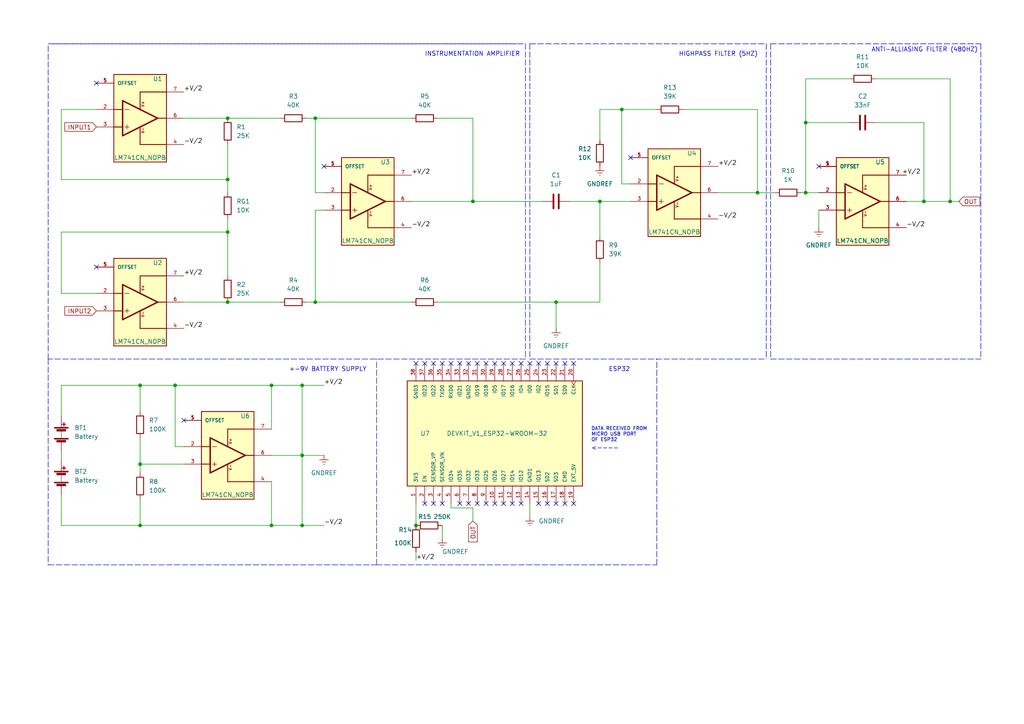
<source format=kicad_sch>
(kicad_sch (version 20211123) (generator eeschema)
  (paper "A4")
  (title_block (title "EMG_Circuit_v3.0 by Liapodimitris Efstathios Chrysovalantis") (date "2025-04-11") (rev "2"))
  (lib_symbols
    (symbol "Device:Battery" (pin_numbers hide) (pin_names (offset 0) hide)
      (property "Reference" "BT" (at 2.54 2.54 0))
      (property "Value" "Battery" (at 2.54 0 0))
      (symbol "Battery_0_1"
        (rectangle (start -2.032 -1.397) (end 2.032 -1.651) (fill (type outline)))
        (rectangle (start -2.032 1.778) (end 2.032 1.524) (fill (type outline)))
        (rectangle (start -1.3208 -1.9812) (end 1.27 -2.4892) (fill (type outline)))
        (rectangle (start -1.3208 1.1938) (end 1.27 0.6858) (fill (type outline)))
        (polyline (pts (xy 0 -1.524) (xy 0 -1.27)))
        (polyline (pts (xy 0 -1.016) (xy 0 -0.762)))
        (polyline (pts (xy 0 -0.508) (xy 0 -0.254)))
        (polyline (pts (xy 0 0) (xy 0 0.254)))
        (polyline (pts (xy 0 0.508) (xy 0 0.762)))
        (polyline (pts (xy 0 1.778) (xy 0 2.54)))
        (polyline (pts (xy 0.254 2.667) (xy 1.27 2.667)) (stroke (width 0.254)))
        (polyline (pts (xy 0.762 3.175) (xy 0.762 2.159)) (stroke (width 0.254)))
      )
      (symbol "Battery_1_1"
        (pin passive line (at 0 5.08 270) (length 2.54) (name "+") (number "1"))
        (pin passive line (at 0 -5.08 90) (length 2.54) (name "-") (number "2"))
      )
    )
    (symbol "Device:C" (pin_numbers hide) (pin_names (offset 0.254))
      (property "Reference" "C" (at 0.635 2.54 0))
      (property "Value" "C" (at 0.635 -2.54 0))
      (symbol "C_0_1"
        (polyline (pts (xy -2.032 -0.762) (xy 2.032 -0.762)) (stroke (width 0.508)))
        (polyline (pts (xy -2.032 0.762) (xy 2.032 0.762)) (stroke (width 0.508)))
      )
      (symbol "C_1_1"
        (pin passive line (at 0 3.81 270) (length 2.794) (name "~") (number "1"))
        (pin passive line (at 0 -3.81 90) (length 2.794) (name "~") (number "2"))
      )
    )
    (symbol "Device:R" (pin_numbers hide) (pin_names (offset 0))
      (property "Reference" "R" (at 2.032 0 90))
      (property "Value" "R" (at 0 0 90))
      (symbol "R_0_1"
        (rectangle (start -1.016 -2.54) (end 1.016 2.54) (stroke (width 0.254)))
      )
      (symbol "R_1_1"
        (pin passive line (at 0 3.81 270) (length 1.27) (name "~") (number "1"))
        (pin passive line (at 0 -3.81 90) (length 1.27) (name "~") (number "2"))
      )
    )
    (symbol "ESP:DEVKIT_V1_ESP32-WROOM-32" (pin_names (offset 1.016))
      (property "Reference" "U" (at -15.2572 26.0643 0))
      (property "Value" "DEVKIT_V1_ESP32-WROOM-32" (at -15.2563 -27.9698 0))
      (symbol "DEVKIT_V1_ESP32-WROOM-32_0_0"
        (rectangle (start -15.24 -25.4) (end 15.24 25.4) (stroke (width 0.254)) (fill (type background)))
        (pin power_in line (at -20.32 22.86 0) (length 5.08) (name "3V3") (number "1"))
        (pin bidirectional line (at -20.32 0 0) (length 5.08) (name "IO26") (number "10"))
        (pin bidirectional line (at -20.32 -2.54 0) (length 5.08) (name "IO27") (number "11"))
        (pin bidirectional line (at -20.32 -5.08 0) (length 5.08) (name "IO14") (number "12"))
        (pin bidirectional line (at -20.32 -7.62 0) (length 5.08) (name "IO12") (number "13"))
        (pin power_in line (at -20.32 -10.16 0) (length 5.08) (name "GND1") (number "14"))
        (pin bidirectional line (at -20.32 -12.7 0) (length 5.08) (name "IO13") (number "15"))
        (pin bidirectional line (at -20.32 -15.24 0) (length 5.08) (name "SD2") (number "16"))
        (pin bidirectional line (at -20.32 -17.78 0) (length 5.08) (name "SD3") (number "17"))
        (pin bidirectional line (at -20.32 -20.32 0) (length 5.08) (name "CMD") (number "18"))
        (pin power_in line (at -20.32 -22.86 0) (length 5.08) (name "EXT_5V") (number "19"))
        (pin input line (at -20.32 20.32 0) (length 5.08) (name "EN") (number "2"))
        (pin input clock (at 20.32 -22.86 180) (length 5.08) (name "CLK") (number "20"))
        (pin bidirectional line (at 20.32 -20.32 180) (length 5.08) (name "SD0") (number "21"))
        (pin bidirectional line (at 20.32 -17.78 180) (length 5.08) (name "SD1") (number "22"))
        (pin bidirectional line (at 20.32 -15.24 180) (length 5.08) (name "IO15") (number "23"))
        (pin bidirectional line (at 20.32 -12.7 180) (length 5.08) (name "IO2") (number "24"))
        (pin bidirectional line (at 20.32 -10.16 180) (length 5.08) (name "IO0") (number "25"))
        (pin bidirectional line (at 20.32 -7.62 180) (length 5.08) (name "IO4") (number "26"))
        (pin bidirectional line (at 20.32 -5.08 180) (length 5.08) (name "IO16") (number "27"))
        (pin bidirectional line (at 20.32 -2.54 180) (length 5.08) (name "IO17") (number "28"))
        (pin bidirectional line (at 20.32 0 180) (length 5.08) (name "IO5") (number "29"))
        (pin input line (at -20.32 17.78 0) (length 5.08) (name "SENSOR_VP") (number "3"))
        (pin bidirectional line (at 20.32 2.54 180) (length 5.08) (name "IO18") (number "30"))
        (pin bidirectional line (at 20.32 5.08 180) (length 5.08) (name "IO19") (number "31"))
        (pin power_in line (at 20.32 7.62 180) (length 5.08) (name "GND2") (number "32"))
        (pin bidirectional line (at 20.32 10.16 180) (length 5.08) (name "IO21") (number "33"))
        (pin input line (at 20.32 12.7 180) (length 5.08) (name "RXD0") (number "34"))
        (pin output line (at 20.32 15.24 180) (length 5.08) (name "TXD0") (number "35"))
        (pin bidirectional line (at 20.32 17.78 180) (length 5.08) (name "IO22") (number "36"))
        (pin bidirectional line (at 20.32 20.32 180) (length 5.08) (name "IO23") (number "37"))
        (pin power_in line (at 20.32 22.86 180) (length 5.08) (name "GND3") (number "38"))
        (pin input line (at -20.32 15.24 0) (length 5.08) (name "SENSOR_VN") (number "4"))
        (pin bidirectional line (at -20.32 12.7 0) (length 5.08) (name "IO34") (number "5"))
        (pin bidirectional line (at -20.32 10.16 0) (length 5.08) (name "IO35") (number "6"))
        (pin bidirectional line (at -20.32 7.62 0) (length 5.08) (name "IO32") (number "7"))
        (pin bidirectional line (at -20.32 5.08 0) (length 5.08) (name "IO33") (number "8"))
        (pin bidirectional line (at -20.32 2.54 0) (length 5.08) (name "IO25") (number "9"))
      )
    )
    (symbol "LM741CN:LM741CN_NOPB" (pin_names (offset 1.016))
      (property "Reference" "U" (at -7.62 13.335 0))
      (property "Value" "LM741CN_NOPB" (at -7.62 -15.24 0))
      (symbol "LM741CN_NOPB_0_0"
        (rectangle (start -7.62 -12.7) (end 7.62 12.7) (stroke (width 0.254)) (fill (type background)))
        (polyline (pts (xy -5.08 -5.08) (xy 0 -2.54)) (stroke (width 0.4064)))
        (polyline (pts (xy -5.08 -2.54) (xy -7.62 -2.54)) (stroke (width 0.254)))
        (polyline (pts (xy -5.08 -2.54) (xy -5.08 -5.08)) (stroke (width 0.4064)))
        (polyline (pts (xy -5.08 2.54) (xy -7.62 2.54)) (stroke (width 0.254)))
        (polyline (pts (xy -5.08 2.54) (xy -5.08 -2.54)) (stroke (width 0.4064)))
        (polyline (pts (xy -5.08 5.08) (xy -5.08 2.54)) (stroke (width 0.4064)))
        (polyline (pts (xy -4.445 -2.54) (xy -3.175 -2.54)) (stroke (width 0.1524)))
        (polyline (pts (xy -4.445 2.54) (xy -3.175 2.54)) (stroke (width 0.1524)))
        (polyline (pts (xy -3.81 -1.905) (xy -3.81 -3.175)) (stroke (width 0.1524)))
        (polyline (pts (xy 0 -7.62) (xy 0 -2.54)) (stroke (width 0.254)))
        (polyline (pts (xy 0 -2.54) (xy 5.08 0)) (stroke (width 0.4064)))
        (polyline (pts (xy 0 2.54) (xy -5.08 5.08)) (stroke (width 0.4064)))
        (polyline (pts (xy 0 2.54) (xy 0 7.62)) (stroke (width 0.254)))
        (polyline (pts (xy 0 7.62) (xy 7.62 7.62)) (stroke (width 0.254)))
        (polyline (pts (xy 5.08 0) (xy 0 2.54)) (stroke (width 0.4064)))
        (polyline (pts (xy 5.08 0) (xy 7.62 0)) (stroke (width 0.254)))
        (polyline (pts (xy 7.62 -7.62) (xy 0 -7.62)) (stroke (width 0.254)))
        (text "V+" (at 1.27 3.175 900) (effects (font (size 0.8128 0.8128)) (justify left bottom)))
        (text "V-" (at 1.27 -4.445 900) (effects (font (size 0.8128 0.8128)) (justify left bottom)))
        (pin input line (at -12.7 10.16 0) (length 5.08) (name "OFFSET") (number "1"))
        (pin input line (at -12.7 2.54 0) (length 5.08) (name "~") (number "2"))
        (pin input line (at -12.7 -2.54 0) (length 5.08) (name "~") (number "3"))
        (pin power_in line (at 12.7 -7.62 180) (length 5.08) (name "~") (number "4"))
        (pin input line (at -12.7 10.16 0) (length 5.08) (name "OFFSET") (number "5"))
        (pin output line (at 12.7 0 180) (length 5.08) (name "~") (number "6"))
        (pin power_in line (at 12.7 7.62 180) (length 5.08) (name "~") (number "7"))
      )
    )
    (symbol "power:GNDREF" (power) (pin_names (offset 0))
      (property "Value" "GNDREF" (at 0 -3.81 0))
      (symbol "GNDREF_0_1"
        (polyline (pts (xy -0.635 -1.905) (xy 0.635 -1.905)))
        (polyline (pts (xy -0.127 -2.54) (xy 0.127 -2.54)))
        (polyline (pts (xy 0 -1.27) (xy 0 0)))
        (polyline (pts (xy 1.27 -1.27) (xy -1.27 -1.27)))
      )
      (symbol "GNDREF_1_1"
        (pin power_in line (at 0 0 270) (length 0) hide (name "GNDREF") (number "1"))
      )
    )
  )
  (junction (at 66.04 52.07))
  (junction (at 275.59 58.42))
  (junction (at 66.04 34.29))
  (junction (at 50.8 111.76))
  (junction (at 219.71 55.88))
  (junction (at 180.34 31.75))
  (junction (at 87.63 111.76))
  (junction (at 40.64 111.76))
  (junction (at 78.74 152.4))
  (junction (at 66.04 87.63))
  (junction (at 87.63 152.4))
  (junction (at 91.44 34.29))
  (junction (at 267.97 58.42))
  (junction (at 233.68 55.88))
  (junction (at 78.74 111.76))
  (junction (at 66.04 67.31))
  (junction (at 233.68 35.56))
  (junction (at 87.63 132.08))
  (junction (at 91.44 87.63))
  (junction (at 137.16 58.42))
  (junction (at 120.65 152.4))
  (junction (at 40.64 134.62))
  (junction (at 161.29 87.63))
  (junction (at 173.99 58.42))
  (junction (at 40.64 152.4))
  (no_connect (at 182.88 45.72))
  (no_connect (at 93.98 48.26))
  (no_connect (at 27.94 77.47))
  (no_connect (at 27.94 24.13))
  (no_connect (at 237.49 48.26))
  (no_connect (at 135.89 105.41))
  (no_connect (at 133.35 105.41))
  (no_connect (at 130.81 105.41))
  (no_connect (at 128.27 105.41))
  (no_connect (at 125.73 105.41))
  (no_connect (at 123.19 105.41))
  (no_connect (at 120.65 105.41))
  (no_connect (at 158.75 105.41))
  (no_connect (at 156.21 105.41))
  (no_connect (at 153.67 105.41))
  (no_connect (at 151.13 105.41))
  (no_connect (at 148.59 105.41))
  (no_connect (at 166.37 146.05))
  (no_connect (at 161.29 146.05))
  (no_connect (at 163.83 146.05))
  (no_connect (at 166.37 105.41))
  (no_connect (at 163.83 105.41))
  (no_connect (at 161.29 105.41))
  (no_connect (at 138.43 105.41))
  (no_connect (at 146.05 105.41))
  (no_connect (at 143.51 105.41))
  (no_connect (at 140.97 105.41))
  (no_connect (at 53.34 121.92))
  (no_connect (at 128.27 146.05))
  (no_connect (at 123.19 146.05))
  (no_connect (at 125.73 146.05))
  (no_connect (at 133.35 146.05))
  (no_connect (at 135.89 146.05))
  (no_connect (at 138.43 146.05))
  (no_connect (at 140.97 146.05))
  (no_connect (at 143.51 146.05))
  (no_connect (at 146.05 146.05))
  (no_connect (at 148.59 146.05))
  (no_connect (at 151.13 146.05))
  (no_connect (at 156.21 146.05))
  (no_connect (at 158.75 146.05))
  (wire (pts (xy 93.98 55.88) (xy 91.44 55.88)))
  (wire (pts (xy 173.99 68.58) (xy 173.99 58.42)))
  (wire (pts (xy 254 35.56) (xy 267.97 35.56)))
  (wire (pts (xy 53.34 87.63) (xy 66.04 87.63)))
  (wire (pts (xy 87.63 132.08) (xy 93.98 132.08)))
  (wire (pts (xy 180.34 53.34) (xy 182.88 53.34)))
  (wire (pts (xy 173.99 31.75) (xy 180.34 31.75)))
  (wire (pts (xy 219.71 55.88) (xy 219.71 31.75)))
  (wire (pts (xy 261.62 50.8) (xy 262.89 50.8)))
  (wire (pts (xy 40.64 127) (xy 40.64 134.62)))
  (wire (pts (xy 17.78 120.65) (xy 17.78 111.76)))
  (wire (pts (xy 66.04 41.91) (xy 66.04 52.07)))
  (wire (pts (xy 93.98 60.96) (xy 91.44 60.96)))
  (wire (pts (xy 233.68 22.86) (xy 233.68 35.56)))
  (wire (pts (xy 53.34 34.29) (xy 66.04 34.29)))
  (polyline (pts (xy 284.48 12.7) (xy 284.48 104.14)))
  (wire (pts (xy 130.81 147.32) (xy 137.16 147.32)))
  (wire (pts (xy 180.34 31.75) (xy 180.34 53.34)))
  (wire (pts (xy 267.97 58.42) (xy 275.59 58.42)))
  (wire (pts (xy 78.74 111.76) (xy 78.74 124.46)))
  (wire (pts (xy 87.63 111.76) (xy 87.63 132.08)))
  (wire (pts (xy 27.94 31.75) (xy 17.78 31.75)))
  (wire (pts (xy 161.29 87.63) (xy 173.99 87.63)))
  (wire (pts (xy 66.04 52.07) (xy 66.04 55.88)))
  (wire (pts (xy 237.49 60.96) (xy 237.49 66.04)))
  (wire (pts (xy 17.78 85.09) (xy 17.78 67.31)))
  (wire (pts (xy 40.64 134.62) (xy 40.64 137.16)))
  (wire (pts (xy 66.04 63.5) (xy 66.04 67.31)))
  (wire (pts (xy 87.63 152.4) (xy 93.98 152.4)))
  (wire (pts (xy 130.81 146.05) (xy 130.81 147.32)))
  (wire (pts (xy 78.74 111.76) (xy 87.63 111.76)))
  (wire (pts (xy 27.94 85.09) (xy 17.78 85.09)))
  (wire (pts (xy 173.99 40.64) (xy 173.99 31.75)))
  (wire (pts (xy 137.16 147.32) (xy 137.16 151.13)))
  (wire (pts (xy 91.44 87.63) (xy 88.9 87.63)))
  (wire (pts (xy 137.16 58.42) (xy 157.48 58.42)))
  (wire (pts (xy 78.74 152.4) (xy 87.63 152.4)))
  (wire (pts (xy 153.67 146.05) (xy 153.67 149.86)))
  (wire (pts (xy 246.38 22.86) (xy 233.68 22.86)))
  (wire (pts (xy 91.44 55.88) (xy 91.44 34.29)))
  (wire (pts (xy 120.65 162.56) (xy 120.65 160.02)))
  (wire (pts (xy 161.29 87.63) (xy 161.29 95.25)))
  (wire (pts (xy 233.68 55.88) (xy 237.49 55.88)))
  (wire (pts (xy 137.16 34.29) (xy 137.16 58.42)))
  (wire (pts (xy 66.04 67.31) (xy 66.04 80.01)))
  (polyline (pts (xy 190.5 163.83) (xy 190.5 104.14)))
  (polyline (pts (xy 13.97 104.14) (xy 13.97 163.83)))
  (wire (pts (xy 17.78 143.51) (xy 17.78 152.4)))
  (polyline (pts (xy 153.67 12.7) (xy 153.67 104.14)))
  (polyline (pts (xy 153.67 104.14) (xy 222.25 104.14)))
  (wire (pts (xy 233.68 35.56) (xy 233.68 55.88)))
  (wire (pts (xy 40.64 119.38) (xy 40.64 111.76)))
  (wire (pts (xy 173.99 58.42) (xy 182.88 58.42)))
  (wire (pts (xy 66.04 87.63) (xy 81.28 87.63)))
  (wire (pts (xy 40.64 111.76) (xy 50.8 111.76)))
  (polyline (pts (xy 13.97 104.14) (xy 13.97 12.7)))
  (wire (pts (xy 87.63 152.4) (xy 87.63 132.08)))
  (polyline (pts (xy 223.52 12.7) (xy 223.52 104.14)))
  (wire (pts (xy 198.12 31.75) (xy 219.71 31.75)))
  (wire (pts (xy 275.59 58.42) (xy 278.13 58.42)))
  (wire (pts (xy 91.44 34.29) (xy 119.38 34.29)))
  (wire (pts (xy 17.78 31.75) (xy 17.78 52.07)))
  (wire (pts (xy 127 87.63) (xy 161.29 87.63)))
  (wire (pts (xy 50.8 111.76) (xy 78.74 111.76)))
  (wire (pts (xy 208.28 55.88) (xy 219.71 55.88)))
  (polyline (pts (xy 223.52 104.14) (xy 284.48 104.14)))
  (polyline (pts (xy 222.25 12.7) (xy 222.25 104.14)))
  (wire (pts (xy 91.44 60.96) (xy 91.44 87.63)))
  (wire (pts (xy 262.89 58.42) (xy 267.97 58.42)))
  (wire (pts (xy 120.65 146.05) (xy 120.65 152.4)))
  (wire (pts (xy 40.64 144.78) (xy 40.64 152.4)))
  (wire (pts (xy 119.38 58.42) (xy 137.16 58.42)))
  (wire (pts (xy 91.44 34.29) (xy 88.9 34.29)))
  (wire (pts (xy 17.78 67.31) (xy 66.04 67.31)))
  (polyline (pts (xy 109.22 163.83) (xy 190.5 163.83)))
  (wire (pts (xy 219.71 55.88) (xy 224.79 55.88)))
  (polyline (pts (xy 15.24 12.7) (xy 152.4 12.7)))
  (wire (pts (xy 254 22.86) (xy 275.59 22.86)))
  (wire (pts (xy 267.97 35.56) (xy 267.97 58.42)))
  (wire (pts (xy 87.63 111.76) (xy 93.98 111.76)))
  (polyline (pts (xy 152.4 12.7) (xy 152.4 104.14)))
  (polyline (pts (xy 13.97 12.7) (xy 149.86 12.7)))
  (wire (pts (xy 66.04 34.29) (xy 81.28 34.29)))
  (polyline (pts (xy 153.67 12.7) (xy 222.25 12.7)))
  (polyline (pts (xy 152.4 104.14) (xy 13.97 104.14)))
  (wire (pts (xy 17.78 111.76) (xy 40.64 111.76)))
  (wire (pts (xy 127 34.29) (xy 137.16 34.29)))
  (wire (pts (xy 78.74 139.7) (xy 78.74 152.4)))
  (wire (pts (xy 40.64 152.4) (xy 78.74 152.4)))
  (wire (pts (xy 17.78 52.07) (xy 66.04 52.07)))
  (wire (pts (xy 17.78 130.81) (xy 17.78 133.35)))
  (wire (pts (xy 246.38 35.56) (xy 233.68 35.56)))
  (wire (pts (xy 275.59 22.86) (xy 275.59 58.42)))
  (wire (pts (xy 232.41 55.88) (xy 233.68 55.88)))
  (wire (pts (xy 17.78 152.4) (xy 40.64 152.4)))
  (wire (pts (xy 128.27 156.21) (xy 128.27 152.4)))
  (polyline (pts (xy 223.52 12.7) (xy 284.48 12.7)))
  (wire (pts (xy 53.34 129.54) (xy 50.8 129.54)))
  (wire (pts (xy 180.34 31.75) (xy 190.5 31.75)))
  (wire (pts (xy 173.99 76.2) (xy 173.99 87.63)))
  (wire (pts (xy 50.8 129.54) (xy 50.8 111.76)))
  (wire (pts (xy 165.1 58.42) (xy 173.99 58.42)))
  (wire (pts (xy 40.64 134.62) (xy 53.34 134.62)))
  (polyline (pts (xy 109.22 163.83) (xy 109.22 104.14)))
  (wire (pts (xy 87.63 132.08) (xy 78.74 132.08)))
  (polyline (pts (xy 13.97 163.83) (xy 109.22 163.83)))
  (wire (pts (xy 91.44 87.63) (xy 119.38 87.63)))
  (text "HIGHPASS FILTER (5HZ)" (at 196.85 16.51 0) (effects (font (size 1.27 1.27)) (justify left bottom)))
  (text "<----" (at 171.45 130.81 0) (effects (font (size 1.27 1.27)) (justify left bottom)))
  (text "INSTRUMENTATION AMPLIFIER" (at 123.19 16.51 0) (effects (font (size 1.27 1.27)) (justify left bottom)))
  (text "ESP32" (at 176.53 107.95 0) (effects (font (size 1.27 1.27)) (justify left bottom)))
  (text "+-9V BATTERY SUPPLY " (at 83.82 107.95 0) (effects (font (size 1.27 1.27)) (justify left bottom)))
  (text "DATA RECEIVED FROM \nMICRO USB PORT \nOF ESP32" (at 171.45 128.27 0) (effects (font (size 1 1)) (justify left bottom)))
  (text "ANTI-ALLIASING FILTER (480HZ)" (at 252.73 15.24 0) (effects (font (size 1.27 1.27)) (justify left bottom)))
  (label "+V{slash}2" (at 120.65 162.56 0))
  (label "-V{slash}2" (at 53.34 41.91 0))
  (label "-V{slash}2" (at 119.38 66.04 0))
  (label "-V{slash}2" (at 93.98 152.4 0))
  (label "-V{slash}2" (at 262.89 66.04 0))
  (label "+V{slash}2" (at 93.98 111.76 0))
  (label "+V{slash}2" (at 261.62 50.8 0))
  (label "-V{slash}2" (at 208.28 63.5 0))
  (label "+V{slash}2" (at 119.38 50.8 0))
  (label "+V{slash}2" (at 53.34 80.01 0))
  (label "-V{slash}2" (at 53.34 95.25 0))
  (label "+V{slash}2" (at 208.28 48.26 0))
  (label "+V{slash}2" (at 53.34 26.67 0))
  (global_label "INPUT1" (shape input) (at 27.94 36.83 180) (property "Intersheet References" "${INTERSHEET_REFS}" (effects hide)))
  (global_label "INPUT2" (shape input) (at 27.94 90.17 180) (property "Intersheet References" "${INTERSHEET_REFS}" (effects hide)))
  (global_label "OUT" (shape input) (at 137.16 151.13 270) (property "Intersheet References" "${INTERSHEET_REFS}" (effects hide)))
  (global_label "OUT" (shape input) (at 278.13 58.42 0) (property "Intersheet References" "${INTERSHEET_REFS}" (effects hide)))
  (symbol (lib_id "Device:R") (at 85.09 87.63 90) (unit 1)
    (property "Reference" "R4" (at 85.09 81.28 90))
    (property "Value" "40K" (at 85.09 83.82 90))
    (property "Footprint" "Resistor_THT:R_Axial_DIN0204_L3.6mm_D1.6mm_P7.62mm_Horizontal" (effects hide))
  )
  (symbol (lib_id "Device:C") (at 250.19 35.56 90) (unit 1)
    (property "Reference" "C2" (at 250.19 27.94 90))
    (property "Value" "33nF" (at 250.19 30.48 90))
    (property "Footprint" "Capacitor_THT:C_Radial_D10.0mm_H16.0mm_P5.00mm" (effects hide))
  )
  (symbol (lib_id "power:GNDREF") (at 173.99 48.26 0) (unit 1)
    (property "Reference" "#PWR0101" (effects hide))
    (property "Value" "GNDREF" (at 173.99 53.34 0))
  )
  (symbol (lib_id "Device:R") (at 173.99 44.45 0) (unit 1)
    (property "Reference" "R12" (at 167.64 43.18 0) (effects (justify left)))
    (property "Value" "10K" (at 167.64 45.72 0) (effects (justify left)))
    (property "Footprint" "Resistor_THT:R_Axial_DIN0204_L3.6mm_D1.6mm_P7.62mm_Horizontal" (effects hide))
  )
  (symbol (lib_id "Device:R") (at 66.04 38.1 0) (unit 1)
    (property "Reference" "R1" (at 68.58 36.8299 0) (effects (justify left)))
    (property "Value" "25K" (at 68.58 39.3699 0) (effects (justify left)))
    (property "Footprint" "Resistor_THT:R_Axial_DIN0204_L3.6mm_D1.6mm_P7.62mm_Horizontal" (effects hide))
  )
  (symbol (lib_id "Device:R") (at 40.64 140.97 0) (unit 1)
    (property "Reference" "R8" (at 43.18 139.6999 0) (effects (justify left)))
    (property "Value" "100K" (at 43.18 142.2399 0) (effects (justify left)))
    (property "Footprint" "Resistor_THT:R_Axial_DIN0204_L3.6mm_D1.6mm_P7.62mm_Horizontal" (effects hide))
  )
  (symbol (lib_id "LM741CN:LM741CN_NOPB") (at 250.19 58.42 0) (unit 1)
    (property "Reference" "U5" (at 255.27 46.99 0))
    (property "Value" "LM741CN_NOPB" (at 250.19 69.85 0))
    (property "Footprint" "LM741CN_NOPB:DIP794W45P254L1016H508Q8" (effects hide))
    (property "MF" "Texas" (effects hide))
    (property "MAXIMUM_PACKAGE_HEIGHT" "5.08mm" (effects hide))
    (property "Package" "PDIP-8 Texas" (effects hide))
    (property "Price" "None" (effects hide))
    (property "Check_prices" "https://www.snapeda.com/parts/LM741CN/Texas+Instruments/view-part/?ref=eda" (effects hide))
    (property "STANDARD" "IPC 7351B" (effects hide))
    (property "PARTREV" "N/A" (effects hide))
    (property "SnapEDA_Link" "https://www.snapeda.com/parts/LM741CN/Texas+Instruments/view-part/?ref=snap" (effects hide))
    (property "MP" "LM741CN" (effects hide))
    (property "Description" "\n                        \n                            INTEGRATED CIRCUIT SINGLE GENERAL PURPOSE OPERATIONAL AMP 8-LEAD DIP\n                        \n" (effects hide))
    (property "Availability" "In Stock" (effects hide))
    (property "MANUFACTURER" "Texas Instruments" (effects hide))
  )
  (symbol (lib_id "Device:R") (at 123.19 34.29 90) (unit 1)
    (property "Reference" "R5" (at 123.19 27.94 90))
    (property "Value" "40K" (at 123.19 30.48 90))
    (property "Footprint" "Resistor_THT:R_Axial_DIN0204_L3.6mm_D1.6mm_P7.62mm_Horizontal" (effects hide))
  )
  (symbol (lib_id "power:GNDREF") (at 93.98 132.08 0) (unit 1)
    (property "Reference" "#PWR0103" (effects hide))
    (property "Value" "GNDREF" (at 93.98 137.16 0))
  )
  (symbol (lib_id "LM741CN:LM741CN_NOPB") (at 66.04 132.08 0) (unit 1)
    (property "Reference" "U6" (at 71.12 120.65 0))
    (property "Value" "LM741CN_NOPB" (at 66.04 143.51 0))
    (property "Footprint" "LM741CN_NOPB:DIP794W45P254L1016H508Q8" (effects hide))
    (property "MF" "Texas" (effects hide))
    (property "MAXIMUM_PACKAGE_HEIGHT" "5.08mm" (effects hide))
    (property "Package" "PDIP-8 Texas" (effects hide))
    (property "Price" "None" (effects hide))
    (property "Check_prices" "https://www.snapeda.com/parts/LM741CN/Texas+Instruments/view-part/?ref=eda" (effects hide))
    (property "STANDARD" "IPC 7351B" (effects hide))
    (property "PARTREV" "N/A" (effects hide))
    (property "SnapEDA_Link" "https://www.snapeda.com/parts/LM741CN/Texas+Instruments/view-part/?ref=snap" (effects hide))
    (property "MP" "LM741CN" (effects hide))
    (property "Description" "\n                        \n                            INTEGRATED CIRCUIT SINGLE GENERAL PURPOSE OPERATIONAL AMP 8-LEAD DIP\n                        \n" (effects hide))
    (property "Availability" "In Stock" (effects hide))
    (property "MANUFACTURER" "Texas Instruments" (effects hide))
  )
  (symbol (lib_id "Device:R") (at 40.64 123.19 0) (unit 1)
    (property "Reference" "R7" (at 43.18 121.9199 0) (effects (justify left)))
    (property "Value" "100K" (at 43.18 124.4599 0) (effects (justify left)))
    (property "Footprint" "Resistor_THT:R_Axial_DIN0204_L3.6mm_D1.6mm_P7.62mm_Horizontal" (effects hide))
  )
  (symbol (lib_id "Device:R") (at 173.99 72.39 0) (unit 1)
    (property "Reference" "R9" (at 176.53 71.1199 0) (effects (justify left)))
    (property "Value" "39K" (at 176.53 73.6599 0) (effects (justify left)))
    (property "Footprint" "Resistor_THT:R_Axial_DIN0204_L3.6mm_D1.6mm_P7.62mm_Horizontal" (effects hide))
  )
  (symbol (lib_id "Device:Battery") (at 17.78 125.73 0) (unit 1)
    (property "Reference" "BT1" (at 21.59 124.0789 0) (effects (justify left)))
    (property "Value" "Battery" (at 21.59 126.6189 0) (effects (justify left)))
    (property "Footprint" "Battery_Holder:BAT_BA9VPC" (effects hide))
  )
  (symbol (lib_id "Device:R") (at 124.46 152.4 270) (unit 1)
    (property "Reference" "R15" (at 123.19 149.86 90))
    (property "Value" "250K" (at 128.27 149.86 90))
    (property "Footprint" "Resistor_THT:R_Axial_DIN0204_L3.6mm_D1.6mm_P7.62mm_Horizontal" (effects hide))
  )
  (symbol (lib_id "Device:R") (at 85.09 34.29 90) (unit 1)
    (property "Reference" "R3" (at 85.09 27.94 90))
    (property "Value" "40K" (at 85.09 30.48 90))
    (property "Footprint" "Resistor_THT:R_Axial_DIN0204_L3.6mm_D1.6mm_P7.62mm_Horizontal" (effects hide))
  )
  (symbol (lib_id "Device:R") (at 250.19 22.86 90) (unit 1)
    (property "Reference" "R11" (at 250.19 16.51 90))
    (property "Value" "10K" (at 250.19 19.05 90))
    (property "Footprint" "Resistor_THT:R_Axial_DIN0204_L3.6mm_D1.6mm_P7.62mm_Horizontal" (effects hide))
  )
  (symbol (lib_id "ESP:DEVKIT_V1_ESP32-WROOM-32") (at 143.51 125.73 90) (unit 1)
    (property "Reference" "U7" (at 121.92 125.73 90) (effects (justify right)))
    (property "Value" "DEVKIT_V1_ESP32-WROOM-32" (at 129.54 125.73 90) (effects (justify right)))
    (property "Footprint" "ESP_DEV:MODULE_DEVKIT_V1_ESP32-WROOM-32" (effects hide))
    (property "Description" "\n                        \n                            WROOM-32 Development Board ESP32 ESP-32S WiFi Bluetooth Dev Module\n                        \n" (effects hide))
  )
  (symbol (lib_id "power:GNDREF") (at 128.27 156.21 0) (unit 1)
    (property "Reference" "#PWR0104" (effects hide))
    (property "Value" "GNDREF" (at 132.08 160.02 0))
  )
  (symbol (lib_id "Device:R") (at 123.19 87.63 90) (unit 1)
    (property "Reference" "R6" (at 123.19 81.28 90))
    (property "Value" "40K" (at 123.19 83.82 90))
    (property "Footprint" "Resistor_THT:R_Axial_DIN0204_L3.6mm_D1.6mm_P7.62mm_Horizontal" (effects hide))
  )
  (symbol (lib_id "LM741CN:LM741CN_NOPB") (at 40.64 87.63 0) (unit 1)
    (property "Reference" "U2" (at 45.72 76.2 0))
    (property "Value" "LM741CN_NOPB" (at 40.64 99.06 0))
    (property "Footprint" "LM741CN_NOPB:DIP794W45P254L1016H508Q8" (effects hide))
    (property "MF" "Texas" (effects hide))
    (property "MAXIMUM_PACKAGE_HEIGHT" "5.08mm" (effects hide))
    (property "Package" "PDIP-8 Texas" (effects hide))
    (property "Price" "None" (effects hide))
    (property "Check_prices" "https://www.snapeda.com/parts/LM741CN/Texas+Instruments/view-part/?ref=eda" (effects hide))
    (property "STANDARD" "IPC 7351B" (effects hide))
    (property "PARTREV" "N/A" (effects hide))
    (property "SnapEDA_Link" "https://www.snapeda.com/parts/LM741CN/Texas+Instruments/view-part/?ref=snap" (effects hide))
    (property "MP" "LM741CN" (effects hide))
    (property "Description" "\n                        \n                            INTEGRATED CIRCUIT SINGLE GENERAL PURPOSE OPERATIONAL AMP 8-LEAD DIP\n                        \n" (effects hide))
    (property "Availability" "In Stock" (effects hide))
    (property "MANUFACTURER" "Texas Instruments" (effects hide))
  )
  (symbol (lib_id "Device:C") (at 161.29 58.42 90) (unit 1)
    (property "Reference" "C1" (at 161.29 50.8 90))
    (property "Value" "1uF" (at 161.29 53.34 90))
    (property "Footprint" "Capacitor_THT:C_Radial_D10.0mm_H16.0mm_P5.00mm" (effects hide))
  )
  (symbol (lib_id "LM741CN:LM741CN_NOPB") (at 40.64 34.29 0) (unit 1)
    (property "Reference" "U1" (at 45.72 22.86 0))
    (property "Value" "LM741CN_NOPB" (at 40.64 45.72 0))
    (property "Footprint" "LM741CN_NOPB:DIP794W45P254L1016H508Q8" (effects hide))
    (property "MF" "Texas" (effects hide))
    (property "MAXIMUM_PACKAGE_HEIGHT" "5.08mm" (effects hide))
    (property "Package" "PDIP-8 Texas" (effects hide))
    (property "Price" "None" (effects hide))
    (property "Check_prices" "https://www.snapeda.com/parts/LM741CN/Texas+Instruments/view-part/?ref=eda" (effects hide))
    (property "STANDARD" "IPC 7351B" (effects hide))
    (property "PARTREV" "N/A" (effects hide))
    (property "SnapEDA_Link" "https://www.snapeda.com/parts/LM741CN/Texas+Instruments/view-part/?ref=snap" (effects hide))
    (property "MP" "LM741CN" (effects hide))
    (property "Description" "\n                        \n                            INTEGRATED CIRCUIT SINGLE GENERAL PURPOSE OPERATIONAL AMP 8-LEAD DIP\n                        \n" (effects hide))
    (property "Availability" "In Stock" (effects hide))
    (property "MANUFACTURER" "Texas Instruments" (effects hide))
  )
  (symbol (lib_id "Device:R") (at 194.31 31.75 90) (unit 1)
    (property "Reference" "R13" (at 194.31 25.4 90))
    (property "Value" "39K" (at 194.31 27.94 90))
    (property "Footprint" "Resistor_THT:R_Axial_DIN0204_L3.6mm_D1.6mm_P7.62mm_Horizontal" (effects hide))
  )
  (symbol (lib_id "LM741CN:LM741CN_NOPB") (at 195.58 55.88 0) (unit 1)
    (property "Reference" "U4" (at 200.66 44.45 0))
    (property "Value" "LM741CN_NOPB" (at 195.58 67.31 0))
    (property "Footprint" "LM741CN_NOPB:DIP794W45P254L1016H508Q8" (effects hide))
    (property "MF" "Texas" (effects hide))
    (property "MAXIMUM_PACKAGE_HEIGHT" "5.08mm" (effects hide))
    (property "Package" "PDIP-8 Texas" (effects hide))
    (property "Price" "None" (effects hide))
    (property "Check_prices" "https://www.snapeda.com/parts/LM741CN/Texas+Instruments/view-part/?ref=eda" (effects hide))
    (property "STANDARD" "IPC 7351B" (effects hide))
    (property "PARTREV" "N/A" (effects hide))
    (property "SnapEDA_Link" "https://www.snapeda.com/parts/LM741CN/Texas+Instruments/view-part/?ref=snap" (effects hide))
    (property "MP" "LM741CN" (effects hide))
    (property "Description" "\n                        \n                            INTEGRATED CIRCUIT SINGLE GENERAL PURPOSE OPERATIONAL AMP 8-LEAD DIP\n                        \n" (effects hide))
    (property "Availability" "In Stock" (effects hide))
    (property "MANUFACTURER" "Texas Instruments" (effects hide))
  )
  (symbol (lib_id "Device:R") (at 120.65 156.21 0) (unit 1)
    (property "Reference" "R14" (at 115.57 153.67 0) (effects (justify left)))
    (property "Value" "100K" (at 114.3 157.48 0) (effects (justify left)))
    (property "Footprint" "Resistor_THT:R_Axial_DIN0204_L3.6mm_D1.6mm_P7.62mm_Horizontal" (effects hide))
  )
  (symbol (lib_id "Device:R") (at 228.6 55.88 90) (unit 1)
    (property "Reference" "R10" (at 228.6 49.53 90))
    (property "Value" "1K" (at 228.6 52.07 90))
    (property "Footprint" "Resistor_THT:R_Axial_DIN0204_L3.6mm_D1.6mm_P7.62mm_Horizontal" (effects hide))
  )
  (symbol (lib_id "Device:R") (at 66.04 83.82 0) (unit 1)
    (property "Reference" "R2" (at 68.58 82.5499 0) (effects (justify left)))
    (property "Value" "25K" (at 68.58 85.0899 0) (effects (justify left)))
    (property "Footprint" "Resistor_THT:R_Axial_DIN0204_L3.6mm_D1.6mm_P7.62mm_Horizontal" (effects hide))
  )
  (symbol (lib_id "power:GNDREF") (at 237.49 66.04 0) (unit 1)
    (property "Reference" "#PWR0105" (effects hide))
    (property "Value" "GNDREF" (at 237.49 71.12 0))
  )
  (symbol (lib_id "power:GNDREF") (at 153.67 149.86 0) (unit 1)
    (property "Reference" "#PWR0106" (effects hide))
    (property "Value" "GNDREF" (at 160.02 151.13 0))
  )
  (symbol (lib_id "LM741CN:LM741CN_NOPB") (at 106.68 58.42 0) (unit 1)
    (property "Reference" "U3" (at 111.76 46.99 0))
    (property "Value" "LM741CN_NOPB" (at 106.68 69.85 0))
    (property "Footprint" "LM741CN_NOPB:DIP794W45P254L1016H508Q8" (effects hide))
    (property "MF" "Texas" (effects hide))
    (property "MAXIMUM_PACKAGE_HEIGHT" "5.08mm" (effects hide))
    (property "Package" "PDIP-8 Texas" (effects hide))
    (property "Price" "None" (effects hide))
    (property "Check_prices" "https://www.snapeda.com/parts/LM741CN/Texas+Instruments/view-part/?ref=eda" (effects hide))
    (property "STANDARD" "IPC 7351B" (effects hide))
    (property "PARTREV" "N/A" (effects hide))
    (property "SnapEDA_Link" "https://www.snapeda.com/parts/LM741CN/Texas+Instruments/view-part/?ref=snap" (effects hide))
    (property "MP" "LM741CN" (effects hide))
    (property "Description" "\n                        \n                            INTEGRATED CIRCUIT SINGLE GENERAL PURPOSE OPERATIONAL AMP 8-LEAD DIP\n                        \n" (effects hide))
    (property "Availability" "In Stock" (effects hide))
    (property "MANUFACTURER" "Texas Instruments" (effects hide))
  )
  (symbol (lib_id "Device:R") (at 66.04 59.69 0) (unit 1)
    (property "Reference" "RG1" (at 68.58 58.4199 0) (effects (justify left)))
    (property "Value" "10K" (at 68.58 60.9599 0) (effects (justify left)))
    (property "Footprint" "Resistor_THT:R_Axial_DIN0204_L3.6mm_D1.6mm_P7.62mm_Horizontal" (effects hide))
  )
  (symbol (lib_id "power:GNDREF") (at 161.29 95.25 0) (unit 1)
    (property "Reference" "#PWR0102" (effects hide))
    (property "Value" "GNDREF" (at 161.29 100.33 0))
  )
  (symbol (lib_id "Device:Battery") (at 17.78 138.43 0) (unit 1)
    (property "Reference" "BT2" (at 21.59 136.7789 0) (effects (justify left)))
    (property "Value" "Battery" (at 21.59 139.3189 0) (effects (justify left)))
    (property "Footprint" "Battery_Holder:BAT_BA9VPC" (effects hide))
  )
)
</source>
